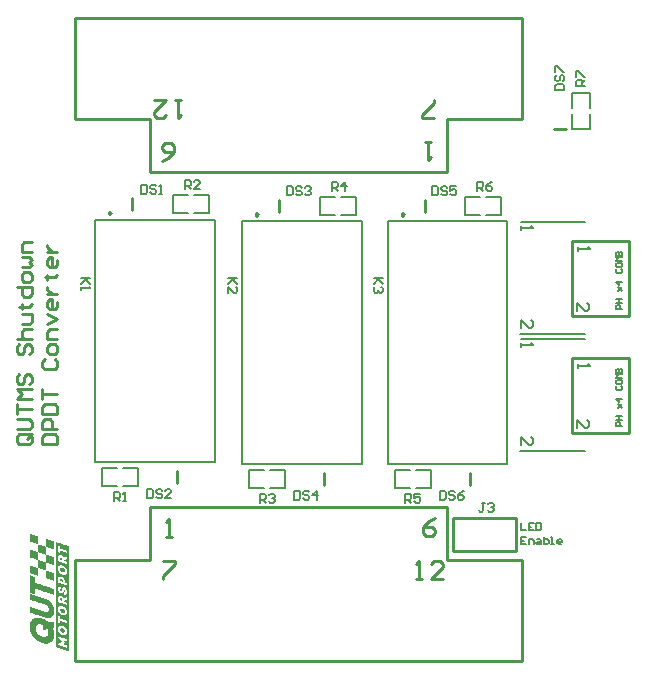
<source format=gto>
G04*
G04 #@! TF.GenerationSoftware,Altium Limited,Altium Designer,21.1.1 (26)*
G04*
G04 Layer_Color=65535*
%FSLAX25Y25*%
%MOIN*%
G70*
G04*
G04 #@! TF.SameCoordinates,BF935737-4819-41B5-9F27-83029170D06B*
G04*
G04*
G04 #@! TF.FilePolarity,Positive*
G04*
G01*
G75*
%ADD10C,0.00984*%
%ADD11C,0.00800*%
%ADD12C,0.00787*%
%ADD13C,0.01000*%
%ADD14C,0.00700*%
%ADD15C,0.00500*%
%ADD16C,0.00600*%
G36*
X119276Y195382D02*
X119493D01*
Y195338D01*
X119624D01*
Y195295D01*
X119755D01*
Y195251D01*
X119842D01*
Y195208D01*
X119972D01*
Y195164D01*
X120103D01*
Y195121D01*
X120233D01*
Y195077D01*
X120364D01*
Y195033D01*
X120407D01*
Y195077D01*
X120451D01*
Y194990D01*
X120538D01*
Y195033D01*
X120582D01*
Y194990D01*
X120712D01*
Y194946D01*
X120843D01*
Y194903D01*
X120973D01*
Y194859D01*
X121104D01*
Y194816D01*
X121191D01*
Y194772D01*
X121322D01*
Y194729D01*
X121452D01*
Y194685D01*
X121539D01*
Y194642D01*
X121670D01*
Y194598D01*
X121757D01*
Y194642D01*
X121800D01*
Y194555D01*
X122018D01*
Y194511D01*
X122149D01*
Y194467D01*
X122323D01*
Y194424D01*
X122453D01*
Y194380D01*
X122541D01*
Y194337D01*
X122671D01*
Y194293D01*
X122802D01*
Y194250D01*
X122932D01*
Y194206D01*
X122976D01*
Y194250D01*
X123019D01*
Y194163D01*
X123281D01*
Y194119D01*
X123368D01*
Y194076D01*
X123498D01*
Y158989D01*
X123411D01*
Y159076D01*
X123150D01*
Y159120D01*
X123019D01*
Y159163D01*
X122932D01*
Y159207D01*
X122802D01*
Y159250D01*
X122671D01*
Y159294D01*
X122584D01*
Y159337D01*
X122453D01*
Y159381D01*
X122323D01*
Y159424D01*
X122192D01*
Y159468D01*
X121931D01*
Y159511D01*
X121800D01*
Y159555D01*
X121670D01*
Y159599D01*
X121583D01*
Y159642D01*
X121452D01*
Y159686D01*
X121322D01*
Y159729D01*
X121235D01*
Y159773D01*
X121104D01*
Y159816D01*
X120973D01*
Y159860D01*
X120843D01*
Y159903D01*
X120625D01*
Y159990D01*
X120538D01*
Y159947D01*
X120495D01*
Y159990D01*
X120364D01*
Y160034D01*
X120233D01*
Y160077D01*
X120103D01*
Y160121D01*
X119972D01*
Y160164D01*
X119885D01*
Y160208D01*
X119755D01*
Y160251D01*
X119624D01*
Y160295D01*
X119406D01*
Y160338D01*
X119276D01*
Y160426D01*
X119189D01*
Y160382D01*
X119145D01*
Y195469D01*
X119189D01*
Y195425D01*
X119232D01*
Y195469D01*
X119276D01*
Y195382D01*
D02*
G37*
G36*
X110569Y198168D02*
X110700D01*
Y198124D01*
X110787D01*
Y198081D01*
X110918D01*
Y198037D01*
X111005D01*
Y198081D01*
X111048D01*
Y197994D01*
X111266D01*
Y197950D01*
X111440D01*
Y197907D01*
X111527D01*
Y197863D01*
X111658D01*
Y197819D01*
X111788D01*
Y197776D01*
X111919D01*
Y197732D01*
X112049D01*
Y197689D01*
X112136D01*
Y197645D01*
X112223D01*
Y197689D01*
X112267D01*
Y197602D01*
X112485D01*
Y197558D01*
X112615D01*
Y197515D01*
X112746D01*
Y197471D01*
X112876D01*
Y197428D01*
X113007D01*
Y197384D01*
X113138D01*
Y194729D01*
X113181D01*
Y194685D01*
X113312D01*
Y194642D01*
X113399D01*
Y194598D01*
X113486D01*
Y194642D01*
X113530D01*
Y194555D01*
X113747D01*
Y194511D01*
X113878D01*
Y194467D01*
X114008D01*
Y194424D01*
X114139D01*
Y194380D01*
X114226D01*
Y194337D01*
X114357D01*
Y194293D01*
X114531D01*
Y194250D01*
X114661D01*
Y194206D01*
X114705D01*
Y194250D01*
X114748D01*
Y194163D01*
X114966D01*
Y194119D01*
X115097D01*
Y194076D01*
X115227D01*
Y194032D01*
X115358D01*
Y193989D01*
X115488D01*
Y193945D01*
X115576D01*
Y193902D01*
X115750D01*
Y196513D01*
X115793D01*
Y196470D01*
X115924D01*
Y196426D01*
X116011D01*
Y196383D01*
X116141D01*
Y196426D01*
X116185D01*
Y196339D01*
X116403D01*
Y196296D01*
X116446D01*
Y196252D01*
X116490D01*
Y196296D01*
X116533D01*
Y196252D01*
X116664D01*
Y196209D01*
X116751D01*
Y196165D01*
X116881D01*
Y196122D01*
X117012D01*
Y196078D01*
X117143D01*
Y196035D01*
X117273D01*
Y195991D01*
X117360D01*
Y195948D01*
X117491D01*
Y195904D01*
X117752D01*
Y195817D01*
X117839D01*
Y195861D01*
X117883D01*
Y195817D01*
X118013D01*
Y195773D01*
X118100D01*
Y195730D01*
X118231D01*
Y195686D01*
X118361D01*
Y195643D01*
X118405D01*
Y193031D01*
X118274D01*
Y193075D01*
X118187D01*
Y193118D01*
X118057D01*
Y193162D01*
X117926D01*
Y193205D01*
X117796D01*
Y193249D01*
X117709D01*
Y193292D01*
X117534D01*
Y193336D01*
X117404D01*
Y193379D01*
X117360D01*
Y193336D01*
X117317D01*
Y193423D01*
X117230D01*
Y193379D01*
X117186D01*
Y193423D01*
X117055D01*
Y193466D01*
X116969D01*
Y193510D01*
X116838D01*
Y193553D01*
X116707D01*
Y193597D01*
X116577D01*
Y193640D01*
X116446D01*
Y193684D01*
X116359D01*
Y193728D01*
X116228D01*
Y193771D01*
X116098D01*
Y193815D01*
X116011D01*
Y193771D01*
X115967D01*
Y193858D01*
X115750D01*
Y191290D01*
X115837D01*
Y191246D01*
X115924D01*
Y191203D01*
X116054D01*
Y191159D01*
X116141D01*
Y191203D01*
X116185D01*
Y191116D01*
X116403D01*
Y191072D01*
X116533D01*
Y191028D01*
X116664D01*
Y190985D01*
X116751D01*
Y190942D01*
X116881D01*
Y190898D01*
X117012D01*
Y190854D01*
X117143D01*
Y190811D01*
X117273D01*
Y190767D01*
X117360D01*
Y190811D01*
X117404D01*
Y190724D01*
X117665D01*
Y190680D01*
X117752D01*
Y190637D01*
X117883D01*
Y190593D01*
X118013D01*
Y190550D01*
X118100D01*
Y190506D01*
X118231D01*
Y190463D01*
X118361D01*
Y190419D01*
X118405D01*
Y187807D01*
X118274D01*
Y187851D01*
X118187D01*
Y187894D01*
X118057D01*
Y187938D01*
X117926D01*
Y187981D01*
X117796D01*
Y188025D01*
X117709D01*
Y188068D01*
X117578D01*
Y188112D01*
X117447D01*
Y188155D01*
X117360D01*
Y188199D01*
X117186D01*
Y188242D01*
X116969D01*
Y188286D01*
X116925D01*
Y188330D01*
X116881D01*
Y188286D01*
X116838D01*
Y188330D01*
X116707D01*
Y188373D01*
X116577D01*
Y188417D01*
X116446D01*
Y188460D01*
X116359D01*
Y188504D01*
X116228D01*
Y188547D01*
X116098D01*
Y188591D01*
X116011D01*
Y188634D01*
X115880D01*
Y188678D01*
X115750D01*
Y191246D01*
X115619D01*
Y191290D01*
X115532D01*
Y191333D01*
X115401D01*
Y191377D01*
X115271D01*
Y191420D01*
X115184D01*
Y191464D01*
X115053D01*
Y191507D01*
X114922D01*
Y191551D01*
X114792D01*
Y191594D01*
X114705D01*
Y191638D01*
X114574D01*
Y191682D01*
X114269D01*
Y191769D01*
X114226D01*
Y191725D01*
X114182D01*
Y191769D01*
X114052D01*
Y191812D01*
X113965D01*
Y191856D01*
X113834D01*
Y191899D01*
X113704D01*
Y191943D01*
X113573D01*
Y191986D01*
X113442D01*
Y192030D01*
X113355D01*
Y192073D01*
X113138D01*
Y189548D01*
X113181D01*
Y189461D01*
X113399D01*
Y189418D01*
X113530D01*
Y189374D01*
X113660D01*
Y189331D01*
X113747D01*
Y189287D01*
X113878D01*
Y189244D01*
X114008D01*
Y189200D01*
X114139D01*
Y189157D01*
X114269D01*
Y189113D01*
X114400D01*
Y189070D01*
X114531D01*
Y189026D01*
X114748D01*
Y188939D01*
X114835D01*
Y188982D01*
X114879D01*
Y188939D01*
X114966D01*
Y188895D01*
X115097D01*
Y188852D01*
X115227D01*
Y188808D01*
X115358D01*
Y188765D01*
X115488D01*
Y188721D01*
X115576D01*
Y188678D01*
X115750D01*
Y186066D01*
X115663D01*
Y186109D01*
X115576D01*
Y186066D01*
X115532D01*
Y186153D01*
X115271D01*
Y186196D01*
X115184D01*
Y186240D01*
X115053D01*
Y186284D01*
X114922D01*
Y186327D01*
X114792D01*
Y186371D01*
X114705D01*
Y186414D01*
X114574D01*
Y186458D01*
X114444D01*
Y186501D01*
X114400D01*
Y186458D01*
X114357D01*
Y186501D01*
X114313D01*
Y186545D01*
X114095D01*
Y186588D01*
X113965D01*
Y186632D01*
X113834D01*
Y186675D01*
X113704D01*
Y186719D01*
X113573D01*
Y186762D01*
X113442D01*
Y186806D01*
X113355D01*
Y186849D01*
X113225D01*
Y186893D01*
X113138D01*
Y189505D01*
X113007D01*
Y189548D01*
X112964D01*
Y189505D01*
X112920D01*
Y189592D01*
X112615D01*
Y189636D01*
X112528D01*
Y189679D01*
X112398D01*
Y189723D01*
X112267D01*
Y189766D01*
X112180D01*
Y189810D01*
X112049D01*
Y189853D01*
X111919D01*
Y189897D01*
X111788D01*
Y189940D01*
X111745D01*
Y189897D01*
X111658D01*
Y189984D01*
X111440D01*
Y190027D01*
X111353D01*
Y190071D01*
X111222D01*
Y190114D01*
X111048D01*
Y190158D01*
X110918D01*
Y190201D01*
X110830D01*
Y190245D01*
X110700D01*
Y190288D01*
X110569D01*
Y190332D01*
X110482D01*
Y192944D01*
X110526D01*
Y192900D01*
X110743D01*
Y192857D01*
X110874D01*
Y192813D01*
X111005D01*
Y192770D01*
X111135D01*
Y192726D01*
X111266D01*
Y192683D01*
X111396D01*
Y192639D01*
X111527D01*
Y192596D01*
X111614D01*
Y192552D01*
X111745D01*
Y192509D01*
X111875D01*
Y192465D01*
X112093D01*
Y192378D01*
X112180D01*
Y192421D01*
X112223D01*
Y192378D01*
X112354D01*
Y192334D01*
X112485D01*
Y192291D01*
X112572D01*
Y192247D01*
X112702D01*
Y192204D01*
X112876D01*
Y192160D01*
X112964D01*
Y192117D01*
X113138D01*
Y194729D01*
X113051D01*
Y194772D01*
X112964D01*
Y194816D01*
X112789D01*
Y194859D01*
X112659D01*
Y194903D01*
X112572D01*
Y194946D01*
X112441D01*
Y194990D01*
X112311D01*
Y195033D01*
X112180D01*
Y195077D01*
X112093D01*
Y195121D01*
X111832D01*
Y195208D01*
X111614D01*
Y195251D01*
X111484D01*
Y195295D01*
X111353D01*
Y195338D01*
X111222D01*
Y195382D01*
X111092D01*
Y195425D01*
X110961D01*
Y195469D01*
X110830D01*
Y195512D01*
X110613D01*
Y195556D01*
X110482D01*
Y198211D01*
X110569D01*
Y198168D01*
D02*
G37*
G36*
X110613Y187633D02*
X110700D01*
Y187590D01*
X110830D01*
Y187546D01*
X110961D01*
Y187502D01*
X111135D01*
Y187459D01*
X111222D01*
Y187415D01*
X111353D01*
Y187372D01*
X111484D01*
Y187328D01*
X111614D01*
Y187285D01*
X111832D01*
Y187241D01*
X111962D01*
Y187198D01*
X112049D01*
Y187154D01*
X112180D01*
Y187111D01*
X112311D01*
Y187067D01*
X112441D01*
Y187024D01*
X112528D01*
Y186980D01*
X112702D01*
Y186936D01*
X112833D01*
Y186893D01*
X112920D01*
Y186849D01*
X113138D01*
Y184194D01*
X113094D01*
Y184238D01*
X113007D01*
Y184281D01*
X112876D01*
Y184325D01*
X112789D01*
Y184281D01*
X112746D01*
Y184368D01*
X112528D01*
Y184412D01*
X112354D01*
Y184455D01*
X112223D01*
Y184499D01*
X112136D01*
Y184542D01*
X112006D01*
Y184586D01*
X111875D01*
Y184629D01*
X111788D01*
Y184673D01*
X111658D01*
Y184716D01*
X111527D01*
Y184760D01*
X111396D01*
Y184803D01*
X111179D01*
Y184890D01*
X111092D01*
Y184847D01*
X111048D01*
Y184890D01*
X110874D01*
Y184934D01*
X110787D01*
Y184978D01*
X110656D01*
Y185021D01*
X110526D01*
Y185065D01*
X110482D01*
Y187677D01*
X110613D01*
Y187633D01*
D02*
G37*
G36*
X115924Y185979D02*
X116011D01*
Y185935D01*
X116141D01*
Y185892D01*
X116272D01*
Y185848D01*
X116359D01*
Y185805D01*
X116490D01*
Y185761D01*
X116620D01*
Y185718D01*
X116751D01*
Y185674D01*
X116838D01*
Y185631D01*
X116969D01*
Y185587D01*
X117273D01*
Y185500D01*
X117317D01*
Y185544D01*
X117360D01*
Y185500D01*
X117491D01*
Y185456D01*
X117622D01*
Y185413D01*
X117709D01*
Y185369D01*
X117839D01*
Y185326D01*
X117970D01*
Y185282D01*
X118100D01*
Y185239D01*
X118187D01*
Y185195D01*
X118405D01*
Y182540D01*
X118361D01*
Y182583D01*
X118231D01*
Y182627D01*
X118144D01*
Y182670D01*
X118057D01*
Y182627D01*
X118013D01*
Y182714D01*
X117796D01*
Y182757D01*
X117665D01*
Y182801D01*
X117534D01*
Y182844D01*
X117404D01*
Y182888D01*
X117317D01*
Y182932D01*
X117186D01*
Y182975D01*
X117012D01*
Y183019D01*
X116881D01*
Y183062D01*
X116838D01*
Y183019D01*
X116794D01*
Y183106D01*
X116533D01*
Y183149D01*
X116446D01*
Y183193D01*
X116315D01*
Y183236D01*
X116185D01*
Y183280D01*
X116054D01*
Y183323D01*
X115967D01*
Y183367D01*
X115837D01*
Y183410D01*
X115750D01*
Y186022D01*
X115924D01*
Y185979D01*
D02*
G37*
G36*
X110526Y184325D02*
X110656D01*
Y184281D01*
X110743D01*
Y184238D01*
X111005D01*
Y184194D01*
X111135D01*
Y184151D01*
X111222D01*
Y184107D01*
X111353D01*
Y184063D01*
X111484D01*
Y184020D01*
X111614D01*
Y183976D01*
X111701D01*
Y183933D01*
X111832D01*
Y183889D01*
X112006D01*
Y183846D01*
X112223D01*
Y183802D01*
X112311D01*
Y181843D01*
X112354D01*
Y181800D01*
X112485D01*
Y181756D01*
X112746D01*
Y181669D01*
X112833D01*
Y181713D01*
X112876D01*
Y181626D01*
X113094D01*
Y181582D01*
X113225D01*
Y181539D01*
X113312D01*
Y181495D01*
X113442D01*
Y181451D01*
X113573D01*
Y181408D01*
X113704D01*
Y181364D01*
X113834D01*
Y181321D01*
X114052D01*
Y181234D01*
X114313D01*
Y181190D01*
X114444D01*
Y181147D01*
X114574D01*
Y181103D01*
X114661D01*
Y181060D01*
X114792D01*
Y181016D01*
X114922D01*
Y180973D01*
X115053D01*
Y180929D01*
X115140D01*
Y180886D01*
X115271D01*
Y180842D01*
X115358D01*
Y180886D01*
X115401D01*
Y180798D01*
X115619D01*
Y180755D01*
X115750D01*
Y180711D01*
X115924D01*
Y180668D01*
X116011D01*
Y180624D01*
X116141D01*
Y180581D01*
X116272D01*
Y180537D01*
X116359D01*
Y180494D01*
X116490D01*
Y180450D01*
X116577D01*
Y180494D01*
X116620D01*
Y180407D01*
X116838D01*
Y180363D01*
X116969D01*
Y180320D01*
X117099D01*
Y180276D01*
X117230D01*
Y180233D01*
X117360D01*
Y180189D01*
X117491D01*
Y180146D01*
X117622D01*
Y180102D01*
X117709D01*
Y180059D01*
X117839D01*
Y180015D01*
X117926D01*
Y180059D01*
X117970D01*
Y179971D01*
X118187D01*
Y179928D01*
X118318D01*
Y179884D01*
X118405D01*
Y177882D01*
X118361D01*
Y177925D01*
X118144D01*
Y178013D01*
X118057D01*
Y177969D01*
X118013D01*
Y178013D01*
X117883D01*
Y178056D01*
X117796D01*
Y178100D01*
X117665D01*
Y178143D01*
X117534D01*
Y178187D01*
X117404D01*
Y178230D01*
X117317D01*
Y178274D01*
X117186D01*
Y178317D01*
X117055D01*
Y178361D01*
X116925D01*
Y178404D01*
X116881D01*
Y178361D01*
X116838D01*
Y178448D01*
X116751D01*
Y178404D01*
X116707D01*
Y178448D01*
X116533D01*
Y178491D01*
X116446D01*
Y178535D01*
X116315D01*
Y178578D01*
X116185D01*
Y178622D01*
X116054D01*
Y178665D01*
X115967D01*
Y178709D01*
X115837D01*
Y178753D01*
X115619D01*
Y178840D01*
X115358D01*
Y178883D01*
X115227D01*
Y178927D01*
X115140D01*
Y178970D01*
X114966D01*
Y179014D01*
X114835D01*
Y179057D01*
X114748D01*
Y179101D01*
X114618D01*
Y179144D01*
X114487D01*
Y179188D01*
X114357D01*
Y179231D01*
X114313D01*
Y179188D01*
X114269D01*
Y179275D01*
X114008D01*
Y179318D01*
X113878D01*
Y179362D01*
X113791D01*
Y179405D01*
X113660D01*
Y179449D01*
X113530D01*
Y179493D01*
X113442D01*
Y179536D01*
X113268D01*
Y179580D01*
X113138D01*
Y179623D01*
X113051D01*
Y179580D01*
X113007D01*
Y179667D01*
X112789D01*
Y179710D01*
X112659D01*
Y179754D01*
X112572D01*
Y179797D01*
X112441D01*
Y179841D01*
X112311D01*
Y177925D01*
X112180D01*
Y178013D01*
X112093D01*
Y177969D01*
X112049D01*
Y178013D01*
X111919D01*
Y178056D01*
X111788D01*
Y178100D01*
X111658D01*
Y178143D01*
X111571D01*
Y178187D01*
X111440D01*
Y178230D01*
X111309D01*
Y178274D01*
X111222D01*
Y178317D01*
X111092D01*
Y178361D01*
X110961D01*
Y178404D01*
X110874D01*
Y178361D01*
X110830D01*
Y178448D01*
X110569D01*
Y178491D01*
X110482D01*
Y184368D01*
X110526D01*
Y184325D01*
D02*
G37*
G36*
Y178143D02*
X110656D01*
Y178100D01*
X110743D01*
Y178056D01*
X110874D01*
Y178013D01*
X111005D01*
Y177969D01*
X111135D01*
Y177925D01*
X111222D01*
Y177882D01*
X111484D01*
Y177795D01*
X111701D01*
Y177751D01*
X111832D01*
Y177708D01*
X111962D01*
Y177664D01*
X112093D01*
Y177621D01*
X112223D01*
Y177577D01*
X112354D01*
Y177534D01*
X112485D01*
Y177490D01*
X112572D01*
Y177447D01*
X112702D01*
Y177403D01*
X112833D01*
Y177359D01*
X113051D01*
Y177316D01*
X113181D01*
Y177272D01*
X113312D01*
Y177229D01*
X113399D01*
Y177185D01*
X113530D01*
Y177142D01*
X113704D01*
Y177098D01*
X113834D01*
Y177055D01*
X113921D01*
Y177011D01*
X114008D01*
Y177055D01*
X114052D01*
Y176968D01*
X114269D01*
Y176924D01*
X114400D01*
Y176881D01*
X114531D01*
Y176837D01*
X114661D01*
Y176794D01*
X114748D01*
Y176750D01*
X114879D01*
Y176707D01*
X115009D01*
Y176663D01*
X115097D01*
Y176620D01*
X115271D01*
Y176576D01*
X115358D01*
Y176620D01*
X115401D01*
Y176532D01*
X115619D01*
Y176489D01*
X115750D01*
Y176445D01*
X115880D01*
Y176402D01*
X116011D01*
Y176358D01*
X116054D01*
Y176315D01*
X116141D01*
Y176271D01*
X116228D01*
Y176228D01*
X116315D01*
Y176184D01*
X116403D01*
Y176141D01*
X116446D01*
Y176097D01*
X116577D01*
Y176054D01*
X116664D01*
Y176010D01*
X116707D01*
Y175967D01*
X116751D01*
Y175923D01*
X116838D01*
Y175836D01*
X116925D01*
Y175792D01*
X117012D01*
Y175705D01*
X117099D01*
Y175662D01*
X117143D01*
Y175575D01*
X117230D01*
Y175531D01*
X117273D01*
Y175444D01*
X117360D01*
Y175357D01*
X117447D01*
Y175270D01*
X117534D01*
Y175183D01*
X117578D01*
Y175139D01*
X117622D01*
Y175096D01*
X117665D01*
Y174965D01*
X117709D01*
Y174922D01*
X117752D01*
Y174878D01*
X117796D01*
Y174791D01*
X117839D01*
Y174748D01*
X117883D01*
Y174661D01*
X117926D01*
Y174574D01*
X117970D01*
Y174530D01*
X118013D01*
Y174443D01*
X118057D01*
Y174356D01*
X118100D01*
Y174182D01*
X118144D01*
Y174138D01*
X118187D01*
Y174007D01*
X118231D01*
Y173877D01*
X118274D01*
Y173746D01*
X118318D01*
Y173616D01*
X118361D01*
Y173529D01*
X118405D01*
Y173311D01*
X118449D01*
Y173093D01*
X118492D01*
Y171787D01*
X118449D01*
Y171613D01*
X118405D01*
Y171483D01*
X118361D01*
Y171352D01*
X118318D01*
Y171221D01*
X118274D01*
Y171134D01*
X118231D01*
Y171047D01*
X118187D01*
Y170960D01*
X118144D01*
Y170917D01*
X118100D01*
Y170786D01*
X118057D01*
Y170743D01*
X118013D01*
Y170699D01*
X117970D01*
Y170612D01*
X117926D01*
Y170569D01*
X117883D01*
Y170525D01*
X117796D01*
Y170482D01*
X117752D01*
Y170438D01*
X117665D01*
Y170351D01*
X117622D01*
Y170307D01*
X117534D01*
Y170264D01*
X117491D01*
Y170307D01*
X117447D01*
Y170220D01*
X117273D01*
Y170177D01*
X117186D01*
Y170133D01*
X117055D01*
Y170090D01*
X116838D01*
Y170046D01*
X116403D01*
Y170090D01*
X116141D01*
Y170133D01*
X115967D01*
Y170177D01*
X115837D01*
Y170220D01*
X115576D01*
Y170264D01*
X115532D01*
Y170307D01*
X115488D01*
Y170264D01*
X115445D01*
Y170307D01*
X115314D01*
Y170351D01*
X115184D01*
Y170394D01*
X115097D01*
Y170438D01*
X114966D01*
Y170482D01*
X114835D01*
Y170525D01*
X114705D01*
Y170569D01*
X114661D01*
Y170525D01*
X114618D01*
Y170612D01*
X114357D01*
Y170656D01*
X114269D01*
Y170699D01*
X114095D01*
Y170743D01*
X113965D01*
Y170786D01*
X113878D01*
Y170830D01*
X113747D01*
Y170873D01*
X113617D01*
Y170917D01*
X113486D01*
Y170960D01*
X113399D01*
Y171004D01*
X113268D01*
Y171047D01*
X113007D01*
Y171134D01*
X112964D01*
Y171091D01*
X112920D01*
Y171134D01*
X112789D01*
Y171178D01*
X112659D01*
Y171221D01*
X112528D01*
Y171265D01*
X112398D01*
Y171309D01*
X112267D01*
Y171352D01*
X112180D01*
Y171396D01*
X112049D01*
Y171439D01*
X111919D01*
Y171483D01*
X111788D01*
Y171526D01*
X111701D01*
Y171483D01*
X111658D01*
Y171570D01*
X111440D01*
Y171613D01*
X111353D01*
Y171657D01*
X111222D01*
Y171700D01*
X111092D01*
Y171744D01*
X110918D01*
Y171787D01*
X110830D01*
Y171831D01*
X110700D01*
Y171874D01*
X110482D01*
Y173833D01*
X110569D01*
Y173790D01*
X110700D01*
Y173746D01*
X110787D01*
Y173703D01*
X110918D01*
Y173659D01*
X111048D01*
Y173616D01*
X111179D01*
Y173572D01*
X111222D01*
Y173616D01*
X111266D01*
Y173529D01*
X111527D01*
Y173485D01*
X111614D01*
Y173442D01*
X111745D01*
Y173398D01*
X111919D01*
Y173355D01*
X112049D01*
Y173311D01*
X112136D01*
Y173267D01*
X112267D01*
Y173224D01*
X112354D01*
Y173180D01*
X112485D01*
Y173137D01*
X112572D01*
Y173180D01*
X112615D01*
Y173093D01*
X112876D01*
Y173050D01*
X112964D01*
Y173006D01*
X113094D01*
Y172963D01*
X113225D01*
Y172919D01*
X113312D01*
Y172876D01*
X113486D01*
Y172832D01*
X113617D01*
Y172789D01*
X113747D01*
Y172745D01*
X113791D01*
Y172789D01*
X113834D01*
Y172702D01*
X113965D01*
Y172658D01*
X114226D01*
Y172571D01*
X114269D01*
Y172615D01*
X114313D01*
Y172571D01*
X114444D01*
Y172528D01*
X114574D01*
Y172484D01*
X114661D01*
Y172440D01*
X114792D01*
Y172397D01*
X114922D01*
Y172353D01*
X115053D01*
Y172310D01*
X115184D01*
Y172266D01*
X115445D01*
Y172223D01*
X115532D01*
Y172179D01*
X115663D01*
Y172136D01*
X115793D01*
Y172092D01*
X116228D01*
Y172136D01*
X116315D01*
Y172179D01*
X116403D01*
Y172223D01*
X116446D01*
Y172266D01*
X116490D01*
Y172310D01*
X116533D01*
Y172397D01*
X116577D01*
Y172484D01*
X116620D01*
Y172615D01*
X116664D01*
Y172789D01*
X116707D01*
Y173267D01*
X116664D01*
Y173485D01*
X116620D01*
Y173572D01*
X116577D01*
Y173703D01*
X116533D01*
Y173833D01*
X116490D01*
Y173877D01*
X116446D01*
Y174007D01*
X116403D01*
Y174051D01*
X116359D01*
Y174095D01*
X116315D01*
Y174182D01*
X116272D01*
Y174225D01*
X116228D01*
Y174269D01*
X116185D01*
Y174312D01*
X116098D01*
Y174356D01*
X116054D01*
Y174443D01*
X115967D01*
Y174486D01*
X115750D01*
Y174574D01*
X115663D01*
Y174530D01*
X115619D01*
Y174574D01*
X115532D01*
Y174617D01*
X115401D01*
Y174661D01*
X115271D01*
Y174704D01*
X115184D01*
Y174748D01*
X115053D01*
Y174791D01*
X114922D01*
Y174835D01*
X114792D01*
Y174878D01*
X114705D01*
Y174922D01*
X114574D01*
Y174965D01*
X114487D01*
Y174922D01*
X114444D01*
Y175009D01*
X114182D01*
Y175052D01*
X114052D01*
Y175096D01*
X113965D01*
Y175139D01*
X113834D01*
Y175183D01*
X113704D01*
Y175226D01*
X113573D01*
Y175270D01*
X113442D01*
Y175313D01*
X113225D01*
Y175401D01*
X113138D01*
Y175357D01*
X113094D01*
Y175401D01*
X113007D01*
Y175444D01*
X112876D01*
Y175488D01*
X112702D01*
Y175531D01*
X112615D01*
Y175575D01*
X112485D01*
Y175618D01*
X112354D01*
Y175662D01*
X112223D01*
Y175705D01*
X112136D01*
Y175749D01*
X112006D01*
Y175792D01*
X111919D01*
Y175749D01*
X111875D01*
Y175836D01*
X111658D01*
Y175879D01*
X111527D01*
Y175923D01*
X111396D01*
Y175967D01*
X111266D01*
Y176010D01*
X111135D01*
Y176054D01*
X111005D01*
Y176097D01*
X110874D01*
Y176141D01*
X110743D01*
Y176184D01*
X110700D01*
Y176141D01*
X110656D01*
Y176228D01*
X110569D01*
Y176184D01*
X110526D01*
Y176271D01*
X110482D01*
Y178187D01*
X110526D01*
Y178143D01*
D02*
G37*
G36*
X113355Y170177D02*
X113704D01*
Y170133D01*
X113834D01*
Y170177D01*
X113878D01*
Y170090D01*
X114226D01*
Y170046D01*
X114357D01*
Y170003D01*
X114487D01*
Y169959D01*
X114618D01*
Y169916D01*
X114705D01*
Y169872D01*
X114792D01*
Y169828D01*
X114922D01*
Y169785D01*
X115009D01*
Y169741D01*
X115053D01*
Y169698D01*
X115140D01*
Y169741D01*
X115184D01*
Y169654D01*
X115358D01*
Y169611D01*
X115445D01*
Y169567D01*
X115488D01*
Y169524D01*
X115532D01*
Y169480D01*
X115619D01*
Y169437D01*
X115750D01*
Y169350D01*
X115837D01*
Y169306D01*
X115880D01*
Y169350D01*
X115924D01*
Y169219D01*
X116054D01*
Y169176D01*
X116141D01*
Y169132D01*
X116185D01*
Y169088D01*
X116228D01*
Y169045D01*
X116315D01*
Y169001D01*
X116359D01*
Y168958D01*
X116403D01*
Y168871D01*
X116446D01*
Y168914D01*
X116490D01*
Y168871D01*
X116533D01*
Y168827D01*
X116577D01*
Y168784D01*
X116620D01*
Y168740D01*
X116664D01*
Y168697D01*
X116707D01*
Y168653D01*
X116751D01*
Y168610D01*
X116969D01*
Y168653D01*
X117099D01*
Y168697D01*
X117273D01*
Y168740D01*
X117404D01*
Y168784D01*
X117534D01*
Y168827D01*
X117796D01*
Y168871D01*
X117926D01*
Y168914D01*
X118100D01*
Y168958D01*
X118187D01*
Y168914D01*
X118318D01*
Y168871D01*
X118361D01*
Y168914D01*
X118405D01*
Y166825D01*
X118361D01*
Y166781D01*
X118100D01*
Y166520D01*
X118144D01*
Y166433D01*
X118187D01*
Y166302D01*
X118231D01*
Y166215D01*
X118274D01*
Y166085D01*
X118318D01*
Y165911D01*
X118361D01*
Y165824D01*
X118405D01*
Y165606D01*
X118449D01*
Y165388D01*
X118492D01*
Y163778D01*
X118449D01*
Y163603D01*
X118405D01*
Y163473D01*
X118361D01*
Y163342D01*
X118318D01*
Y163255D01*
X118274D01*
Y163168D01*
X118231D01*
Y163038D01*
X118187D01*
Y162951D01*
X118144D01*
Y162863D01*
X118100D01*
Y162776D01*
X118057D01*
Y162689D01*
X118013D01*
Y162646D01*
X117970D01*
Y162602D01*
X117926D01*
Y162515D01*
X117839D01*
Y162428D01*
X117796D01*
Y162384D01*
X117752D01*
Y162341D01*
X117709D01*
Y162297D01*
X117665D01*
Y162254D01*
X117622D01*
Y162210D01*
X117578D01*
Y162167D01*
X117534D01*
Y162123D01*
X117491D01*
Y162080D01*
X117404D01*
Y162036D01*
X117360D01*
Y161993D01*
X117317D01*
Y162036D01*
X117273D01*
Y161993D01*
X117230D01*
Y161949D01*
X117186D01*
Y161906D01*
X117099D01*
Y161862D01*
X116969D01*
Y161819D01*
X116881D01*
Y161775D01*
X116751D01*
Y161732D01*
X116620D01*
Y161688D01*
X116446D01*
Y161644D01*
X115271D01*
Y161688D01*
X115097D01*
Y161732D01*
X114879D01*
Y161775D01*
X114748D01*
Y161819D01*
X114618D01*
Y161862D01*
X114487D01*
Y161906D01*
X114357D01*
Y161949D01*
X114269D01*
Y161993D01*
X114139D01*
Y162036D01*
X114095D01*
Y161993D01*
X114052D01*
Y162080D01*
X113878D01*
Y162123D01*
X113791D01*
Y162167D01*
X113704D01*
Y162210D01*
X113617D01*
Y162254D01*
X113530D01*
Y162297D01*
X113442D01*
Y162341D01*
X113399D01*
Y162384D01*
X113312D01*
Y162428D01*
X113268D01*
Y162384D01*
X113225D01*
Y162428D01*
X113181D01*
Y162515D01*
X113051D01*
Y162559D01*
X113007D01*
Y162602D01*
X112964D01*
Y162646D01*
X112876D01*
Y162689D01*
X112833D01*
Y162733D01*
X112746D01*
Y162776D01*
X112702D01*
Y162820D01*
X112659D01*
Y162863D01*
X112572D01*
Y162907D01*
X112528D01*
Y162951D01*
X112485D01*
Y162994D01*
X112398D01*
Y163038D01*
X112354D01*
Y163081D01*
X112311D01*
Y163125D01*
X112267D01*
Y163168D01*
X112223D01*
Y163212D01*
X112180D01*
Y163255D01*
X112136D01*
Y163299D01*
X112093D01*
Y163342D01*
X112049D01*
Y163386D01*
X112006D01*
Y163429D01*
X111962D01*
Y163473D01*
X111919D01*
Y163516D01*
X111875D01*
Y163560D01*
X111832D01*
Y163603D01*
X111788D01*
Y163647D01*
X111745D01*
Y163734D01*
X111658D01*
Y163821D01*
X111614D01*
Y163865D01*
X111571D01*
Y163952D01*
X111527D01*
Y163995D01*
X111484D01*
Y164039D01*
X111440D01*
Y164082D01*
X111396D01*
Y164169D01*
X111353D01*
Y164256D01*
X111266D01*
Y164387D01*
X111222D01*
Y164430D01*
X111179D01*
Y164518D01*
X111135D01*
Y164561D01*
X111092D01*
Y164648D01*
X111048D01*
Y164735D01*
X111005D01*
Y164822D01*
X110961D01*
Y164909D01*
X110918D01*
Y164997D01*
X110874D01*
Y165084D01*
X110830D01*
Y165258D01*
X110787D01*
Y165301D01*
X110743D01*
Y165432D01*
X110700D01*
Y165562D01*
X110656D01*
Y165649D01*
X110613D01*
Y165824D01*
X110569D01*
Y165954D01*
X110526D01*
Y166085D01*
X110482D01*
Y166259D01*
X110439D01*
Y166781D01*
X110352D01*
Y167739D01*
X110439D01*
Y168174D01*
X110482D01*
Y168305D01*
X110526D01*
Y168479D01*
X110569D01*
Y168566D01*
X110613D01*
Y168697D01*
X110656D01*
Y168784D01*
X110700D01*
Y168871D01*
X110743D01*
Y168958D01*
X110787D01*
Y169001D01*
X110830D01*
Y169132D01*
X110874D01*
Y169219D01*
X110961D01*
Y169306D01*
X111005D01*
Y169350D01*
X111048D01*
Y169393D01*
X111092D01*
Y169437D01*
X111135D01*
Y169480D01*
X111179D01*
Y169524D01*
X111222D01*
Y169567D01*
X111266D01*
Y169654D01*
X111353D01*
Y169741D01*
X111396D01*
Y169698D01*
X111440D01*
Y169741D01*
X111484D01*
Y169828D01*
X111614D01*
Y169872D01*
X111658D01*
Y169916D01*
X111745D01*
Y169959D01*
X111788D01*
Y170003D01*
X111919D01*
Y170046D01*
X112006D01*
Y170090D01*
X112223D01*
Y170177D01*
X112267D01*
Y170133D01*
X112398D01*
Y170177D01*
X112659D01*
Y170220D01*
X113355D01*
Y170177D01*
D02*
G37*
%LPC*%
G36*
X120016Y194250D02*
X119842D01*
Y192117D01*
X119885D01*
Y192030D01*
X120016D01*
Y191986D01*
X120103D01*
Y192030D01*
X120146D01*
Y191943D01*
X120407D01*
Y191899D01*
X120538D01*
Y192552D01*
X120669D01*
Y192509D01*
X120756D01*
Y192465D01*
X121017D01*
Y192378D01*
X121278D01*
Y192334D01*
X121409D01*
Y192291D01*
X121539D01*
Y192247D01*
X121626D01*
Y192204D01*
X121757D01*
Y192160D01*
X121888D01*
Y192117D01*
X122018D01*
Y192073D01*
X122105D01*
Y192030D01*
X122236D01*
Y191986D01*
X122323D01*
Y192030D01*
X122366D01*
Y191943D01*
X122628D01*
Y191899D01*
X122802D01*
Y192596D01*
X122715D01*
Y192639D01*
X122584D01*
Y192683D01*
X122453D01*
Y192726D01*
X122323D01*
Y192770D01*
X122192D01*
Y192813D01*
X122062D01*
Y192857D01*
X121975D01*
Y192900D01*
X121844D01*
Y192944D01*
X121713D01*
Y192988D01*
X121670D01*
Y192944D01*
X121626D01*
Y193031D01*
X121365D01*
Y193075D01*
X121235D01*
Y193118D01*
X121148D01*
Y193162D01*
X120973D01*
Y193205D01*
X120843D01*
Y193249D01*
X120756D01*
Y193292D01*
X120625D01*
Y193336D01*
X120538D01*
Y194032D01*
X120495D01*
Y194076D01*
X120407D01*
Y194119D01*
X120277D01*
Y194163D01*
X120146D01*
Y194206D01*
X120016D01*
Y194250D01*
D02*
G37*
G36*
X120712Y191116D02*
X120407D01*
Y191072D01*
X120277D01*
Y191028D01*
X120190D01*
Y190985D01*
X120146D01*
Y190942D01*
X120059D01*
Y190898D01*
X120016D01*
Y190811D01*
X119972D01*
Y190767D01*
X119929D01*
Y190680D01*
X119885D01*
Y190550D01*
X119842D01*
Y189026D01*
X120016D01*
Y188939D01*
X120103D01*
Y188982D01*
X120146D01*
Y188939D01*
X120277D01*
Y188895D01*
X120407D01*
Y188852D01*
X120538D01*
Y188808D01*
X120669D01*
Y188765D01*
X120756D01*
Y188721D01*
X120886D01*
Y188678D01*
X121017D01*
Y188634D01*
X121235D01*
Y188547D01*
X121322D01*
Y188591D01*
X121365D01*
Y188504D01*
X121626D01*
Y188460D01*
X121713D01*
Y188417D01*
X121844D01*
Y188373D01*
X122018D01*
Y188330D01*
X122105D01*
Y188286D01*
X122236D01*
Y188242D01*
X122366D01*
Y188199D01*
X122497D01*
Y188155D01*
X122541D01*
Y188199D01*
X122584D01*
Y188112D01*
X122802D01*
Y188852D01*
X122671D01*
Y188895D01*
X122584D01*
Y188939D01*
X122453D01*
Y188982D01*
X122323D01*
Y189026D01*
X122192D01*
Y189070D01*
X121975D01*
Y189113D01*
X121931D01*
Y189505D01*
X122062D01*
Y189548D01*
X122192D01*
Y189592D01*
X122366D01*
Y189636D01*
X122541D01*
Y189679D01*
X122671D01*
Y189723D01*
X122802D01*
Y190550D01*
X122758D01*
Y190593D01*
X122584D01*
Y190550D01*
X122453D01*
Y190506D01*
X122323D01*
Y190463D01*
X122149D01*
Y190419D01*
X121888D01*
Y190332D01*
X121844D01*
Y190375D01*
X121800D01*
Y190332D01*
X121757D01*
Y190375D01*
X121713D01*
Y190419D01*
X121670D01*
Y190506D01*
X121626D01*
Y190550D01*
X121583D01*
Y190637D01*
X121496D01*
Y190724D01*
X121409D01*
Y190767D01*
X121322D01*
Y190854D01*
X121235D01*
Y190898D01*
X121148D01*
Y190942D01*
X121104D01*
Y190985D01*
X120973D01*
Y191028D01*
X120843D01*
Y191072D01*
X120712D01*
Y191116D01*
D02*
G37*
G36*
X120930Y187720D02*
X120712D01*
Y187677D01*
X120495D01*
Y187633D01*
X120364D01*
Y187590D01*
X120277D01*
Y187546D01*
X120233D01*
Y187502D01*
X120190D01*
Y187459D01*
X120146D01*
Y187415D01*
X120059D01*
Y187328D01*
X119972D01*
Y187198D01*
X119929D01*
Y187111D01*
X119885D01*
Y187024D01*
X119842D01*
Y186109D01*
X119885D01*
Y185979D01*
X119929D01*
Y185848D01*
X119972D01*
Y185761D01*
X120016D01*
Y185674D01*
X120059D01*
Y185587D01*
X120103D01*
Y185544D01*
X120146D01*
Y185500D01*
X120190D01*
Y185413D01*
X120233D01*
Y185369D01*
X120277D01*
Y185282D01*
X120320D01*
Y185239D01*
X120364D01*
Y185195D01*
X120407D01*
Y185152D01*
X120451D01*
Y185108D01*
X120495D01*
Y185065D01*
X120538D01*
Y185021D01*
X120625D01*
Y184978D01*
X120669D01*
Y184934D01*
X120712D01*
Y184890D01*
X120799D01*
Y184803D01*
X120886D01*
Y184760D01*
X121061D01*
Y184673D01*
X121191D01*
Y184629D01*
X121322D01*
Y184586D01*
X121452D01*
Y184542D01*
X121626D01*
Y184499D01*
X122062D01*
Y184542D01*
X122192D01*
Y184586D01*
X122323D01*
Y184629D01*
X122410D01*
Y184673D01*
X122453D01*
Y184716D01*
X122497D01*
Y184760D01*
X122541D01*
Y184803D01*
X122584D01*
Y184847D01*
X122628D01*
Y184890D01*
X122671D01*
Y184978D01*
X122715D01*
Y185065D01*
X122758D01*
Y185152D01*
X122802D01*
Y185282D01*
X122845D01*
Y185935D01*
X122802D01*
Y186066D01*
X122758D01*
Y186240D01*
X122715D01*
Y186327D01*
X122671D01*
Y186458D01*
X122628D01*
Y186501D01*
X122584D01*
Y186632D01*
X122541D01*
Y186675D01*
X122497D01*
Y186762D01*
X122453D01*
Y186806D01*
X122410D01*
Y186893D01*
X122323D01*
Y186936D01*
X122279D01*
Y186980D01*
X122236D01*
Y187024D01*
X122192D01*
Y187111D01*
X122149D01*
Y187154D01*
X122062D01*
Y187198D01*
X122018D01*
Y187285D01*
X121931D01*
Y187328D01*
X121888D01*
Y187372D01*
X121800D01*
Y187415D01*
X121670D01*
Y187459D01*
X121626D01*
Y187502D01*
X121539D01*
Y187546D01*
X121409D01*
Y187590D01*
X121278D01*
Y187633D01*
X121148D01*
Y187677D01*
X120930D01*
Y187720D01*
D02*
G37*
G36*
Y183976D02*
X120277D01*
Y183933D01*
X120190D01*
Y183889D01*
X120103D01*
Y183846D01*
X120059D01*
Y183759D01*
X120016D01*
Y183715D01*
X119972D01*
Y183672D01*
X119929D01*
Y183585D01*
X119885D01*
Y183454D01*
X119842D01*
Y181930D01*
X119972D01*
Y181887D01*
X120103D01*
Y181843D01*
X120233D01*
Y181800D01*
X120320D01*
Y181756D01*
X120582D01*
Y181669D01*
X120669D01*
Y181713D01*
X120712D01*
Y181626D01*
X120930D01*
Y181582D01*
X121061D01*
Y181539D01*
X121148D01*
Y181495D01*
X121278D01*
Y181451D01*
X121452D01*
Y181408D01*
X121539D01*
Y181364D01*
X121670D01*
Y181321D01*
X121931D01*
Y181234D01*
X122149D01*
Y181190D01*
X122279D01*
Y181147D01*
X122410D01*
Y181103D01*
X122497D01*
Y181060D01*
X122628D01*
Y181016D01*
X122802D01*
Y181713D01*
X122758D01*
Y181800D01*
X122628D01*
Y181843D01*
X122584D01*
Y181800D01*
X122541D01*
Y181843D01*
X122497D01*
Y181887D01*
X122279D01*
Y181930D01*
X122192D01*
Y181974D01*
X122062D01*
Y182714D01*
X122018D01*
Y182888D01*
X121975D01*
Y183019D01*
X121931D01*
Y183106D01*
X121888D01*
Y183193D01*
X121844D01*
Y183236D01*
X121800D01*
Y183323D01*
X121757D01*
Y183367D01*
X121713D01*
Y183410D01*
X121670D01*
Y183498D01*
X121626D01*
Y183541D01*
X121583D01*
Y183585D01*
X121496D01*
Y183628D01*
X121452D01*
Y183672D01*
X121409D01*
Y183715D01*
X121322D01*
Y183759D01*
X121278D01*
Y183802D01*
X121235D01*
Y183846D01*
X121148D01*
Y183889D01*
X121061D01*
Y183933D01*
X120973D01*
Y183889D01*
X120930D01*
Y183976D01*
D02*
G37*
G36*
X120582Y180668D02*
X120364D01*
Y180624D01*
X120233D01*
Y180581D01*
X120146D01*
Y180537D01*
X120059D01*
Y180450D01*
X119972D01*
Y180407D01*
X119929D01*
Y180276D01*
X119885D01*
Y180233D01*
X119842D01*
Y179318D01*
X119885D01*
Y179231D01*
X119929D01*
Y179144D01*
X119972D01*
Y179014D01*
X120016D01*
Y178970D01*
X120059D01*
Y178883D01*
X120103D01*
Y178840D01*
X120146D01*
Y178796D01*
X120190D01*
Y178709D01*
X120277D01*
Y178622D01*
X120320D01*
Y178578D01*
X120407D01*
Y178535D01*
X120451D01*
Y178491D01*
X120538D01*
Y178448D01*
X120625D01*
Y178404D01*
X120712D01*
Y178361D01*
X120799D01*
Y178317D01*
X121278D01*
Y178361D01*
X121365D01*
Y178404D01*
X121409D01*
Y178448D01*
X121452D01*
Y178491D01*
X121496D01*
Y178578D01*
X121539D01*
Y178665D01*
X121583D01*
Y178753D01*
X121626D01*
Y178927D01*
X121670D01*
Y179449D01*
X121713D01*
Y179493D01*
X121757D01*
Y179580D01*
X121975D01*
Y179536D01*
X122018D01*
Y179493D01*
X122062D01*
Y179405D01*
X122105D01*
Y179362D01*
X122149D01*
Y178840D01*
X122105D01*
Y178753D01*
X122018D01*
Y178709D01*
X121888D01*
Y177969D01*
X121931D01*
Y177925D01*
X122062D01*
Y177882D01*
X122279D01*
Y177925D01*
X122453D01*
Y177969D01*
X122497D01*
Y178013D01*
X122584D01*
Y178100D01*
X122628D01*
Y178143D01*
X122671D01*
Y178230D01*
X122715D01*
Y178317D01*
X122758D01*
Y178404D01*
X122802D01*
Y178491D01*
X122845D01*
Y179188D01*
X122802D01*
Y179362D01*
X122758D01*
Y179493D01*
X122715D01*
Y179580D01*
X122671D01*
Y179623D01*
X122628D01*
Y179710D01*
X122584D01*
Y179841D01*
X122541D01*
Y179884D01*
X122497D01*
Y179971D01*
X122410D01*
Y180015D01*
X122366D01*
Y180059D01*
X122323D01*
Y180102D01*
X122279D01*
Y180146D01*
X122192D01*
Y180233D01*
X122062D01*
Y180276D01*
X122018D01*
Y180320D01*
X121844D01*
Y180363D01*
X121409D01*
Y180320D01*
X121322D01*
Y180276D01*
X121278D01*
Y180233D01*
X121235D01*
Y180146D01*
X121191D01*
Y180059D01*
X121148D01*
Y180015D01*
X121104D01*
Y179667D01*
X121061D01*
Y179362D01*
X121017D01*
Y179188D01*
X120973D01*
Y179101D01*
X120669D01*
Y179144D01*
X120625D01*
Y179188D01*
X120582D01*
Y179275D01*
X120538D01*
Y179362D01*
X120495D01*
Y179580D01*
X120451D01*
Y179623D01*
X120495D01*
Y179797D01*
X120538D01*
Y179841D01*
X120582D01*
Y179884D01*
X120625D01*
Y179928D01*
X120799D01*
Y180581D01*
X120756D01*
Y180624D01*
X120582D01*
Y180668D01*
D02*
G37*
G36*
X120756Y177534D02*
X120364D01*
Y177490D01*
X120190D01*
Y177403D01*
X120146D01*
Y177447D01*
X120103D01*
Y177403D01*
X120059D01*
Y177316D01*
X119972D01*
Y177229D01*
X119929D01*
Y177142D01*
X119885D01*
Y177011D01*
X119842D01*
Y175488D01*
X119929D01*
Y175444D01*
X120059D01*
Y175401D01*
X120190D01*
Y175357D01*
X120277D01*
Y175313D01*
X120407D01*
Y175270D01*
X120669D01*
Y175183D01*
X120930D01*
Y175139D01*
X121061D01*
Y175096D01*
X121148D01*
Y175052D01*
X121278D01*
Y175009D01*
X121409D01*
Y174965D01*
X121539D01*
Y174922D01*
X121626D01*
Y174878D01*
X121888D01*
Y174791D01*
X121931D01*
Y174835D01*
X121975D01*
Y174791D01*
X122018D01*
Y174748D01*
X122236D01*
Y174704D01*
X122410D01*
Y174661D01*
X122497D01*
Y174617D01*
X122628D01*
Y174574D01*
X122802D01*
Y175313D01*
X122584D01*
Y175401D01*
X122366D01*
Y175444D01*
X122236D01*
Y175488D01*
X122149D01*
Y175531D01*
X122018D01*
Y175575D01*
X121931D01*
Y175967D01*
X122018D01*
Y176010D01*
X122192D01*
Y176054D01*
X122236D01*
Y176010D01*
X122323D01*
Y176097D01*
X122628D01*
Y176141D01*
X122802D01*
Y177055D01*
X122541D01*
Y177011D01*
X122410D01*
Y176968D01*
X122279D01*
Y176924D01*
X122149D01*
Y176881D01*
X122018D01*
Y176837D01*
X121888D01*
Y176794D01*
X121757D01*
Y176837D01*
X121670D01*
Y176968D01*
X121626D01*
Y177011D01*
X121583D01*
Y177098D01*
X121496D01*
Y177142D01*
X121452D01*
Y177185D01*
X121409D01*
Y177229D01*
X121322D01*
Y177272D01*
X121278D01*
Y177316D01*
X121235D01*
Y177359D01*
X121191D01*
Y177403D01*
X121104D01*
Y177447D01*
X121061D01*
Y177403D01*
X121017D01*
Y177490D01*
X120756D01*
Y177534D01*
D02*
G37*
G36*
X120973Y174138D02*
X120625D01*
Y174095D01*
X120451D01*
Y174051D01*
X120277D01*
Y174007D01*
X120233D01*
Y173964D01*
X120190D01*
Y173921D01*
X120146D01*
Y173877D01*
X120103D01*
Y173833D01*
X120059D01*
Y173790D01*
X120016D01*
Y173746D01*
X119972D01*
Y173659D01*
X119929D01*
Y173572D01*
X119885D01*
Y173529D01*
X119842D01*
Y172528D01*
X119885D01*
Y172440D01*
X119929D01*
Y172310D01*
X119972D01*
Y172223D01*
X120016D01*
Y172136D01*
X120059D01*
Y172049D01*
X120103D01*
Y172005D01*
X120146D01*
Y171918D01*
X120190D01*
Y171874D01*
X120233D01*
Y171831D01*
X120277D01*
Y171744D01*
X120320D01*
Y171700D01*
X120364D01*
Y171613D01*
X120451D01*
Y171526D01*
X120582D01*
Y171439D01*
X120669D01*
Y171396D01*
X120712D01*
Y171309D01*
X120843D01*
Y171265D01*
X120886D01*
Y171221D01*
X120973D01*
Y171178D01*
X121061D01*
Y171134D01*
X121104D01*
Y171091D01*
X121235D01*
Y171047D01*
X121365D01*
Y171004D01*
X121757D01*
Y170917D01*
X121975D01*
Y171004D01*
X122279D01*
Y171047D01*
X122366D01*
Y171091D01*
X122453D01*
Y171134D01*
X122497D01*
Y171221D01*
X122584D01*
Y171309D01*
X122628D01*
Y171396D01*
X122671D01*
Y171439D01*
X122715D01*
Y171526D01*
X122758D01*
Y171613D01*
X122802D01*
Y171744D01*
X122845D01*
Y172353D01*
X122802D01*
Y172571D01*
X122758D01*
Y172702D01*
X122715D01*
Y172789D01*
X122671D01*
Y172876D01*
X122628D01*
Y172963D01*
X122584D01*
Y173050D01*
X122541D01*
Y173137D01*
X122497D01*
Y173224D01*
X122453D01*
Y173267D01*
X122410D01*
Y173311D01*
X122366D01*
Y173355D01*
X122323D01*
Y173442D01*
X122279D01*
Y173485D01*
X122236D01*
Y173529D01*
X122192D01*
Y173616D01*
X122062D01*
Y173659D01*
X122018D01*
Y173703D01*
X121975D01*
Y173746D01*
X121888D01*
Y173790D01*
X121844D01*
Y173833D01*
X121757D01*
Y173877D01*
X121670D01*
Y173921D01*
X121626D01*
Y173964D01*
X121539D01*
Y174007D01*
X121496D01*
Y173964D01*
X121452D01*
Y174051D01*
X121191D01*
Y174095D01*
X120973D01*
Y174138D01*
D02*
G37*
G36*
X119972Y170830D02*
X119842D01*
Y168653D01*
X119929D01*
Y168610D01*
X120059D01*
Y168566D01*
X120190D01*
Y168523D01*
X120320D01*
Y168479D01*
X120451D01*
Y168436D01*
X120538D01*
Y169176D01*
X120582D01*
Y169132D01*
X120712D01*
Y169088D01*
X120799D01*
Y169045D01*
X120930D01*
Y169001D01*
X121061D01*
Y168958D01*
X121148D01*
Y168914D01*
X121322D01*
Y168871D01*
X121409D01*
Y168914D01*
X121452D01*
Y168827D01*
X121670D01*
Y168784D01*
X121800D01*
Y168740D01*
X121931D01*
Y168697D01*
X122018D01*
Y168653D01*
X122149D01*
Y168610D01*
X122279D01*
Y168566D01*
X122410D01*
Y168523D01*
X122497D01*
Y168479D01*
X122628D01*
Y168436D01*
X122802D01*
Y169176D01*
X122715D01*
Y169219D01*
X122584D01*
Y169263D01*
X122497D01*
Y169306D01*
X122410D01*
Y169263D01*
X122366D01*
Y169350D01*
X122236D01*
Y169393D01*
X122018D01*
Y169437D01*
X121888D01*
Y169480D01*
X121757D01*
Y169524D01*
X121670D01*
Y169567D01*
X121539D01*
Y169611D01*
X121409D01*
Y169654D01*
X121278D01*
Y169698D01*
X121148D01*
Y169741D01*
X121061D01*
Y169698D01*
X121017D01*
Y169785D01*
X120799D01*
Y169828D01*
X120669D01*
Y169872D01*
X120538D01*
Y170612D01*
X120407D01*
Y170656D01*
X120320D01*
Y170699D01*
X120190D01*
Y170743D01*
X120059D01*
Y170786D01*
X119972D01*
Y170830D01*
D02*
G37*
G36*
X121061Y167608D02*
X120582D01*
Y167565D01*
X120407D01*
Y167521D01*
X120320D01*
Y167478D01*
X120277D01*
Y167434D01*
X120233D01*
Y167391D01*
X120146D01*
Y167347D01*
X120103D01*
Y167304D01*
X120059D01*
Y167217D01*
X120016D01*
Y167173D01*
X119972D01*
Y167086D01*
X119929D01*
Y166999D01*
X119885D01*
Y166955D01*
X119842D01*
Y165998D01*
X119885D01*
Y165867D01*
X119929D01*
Y165780D01*
X119972D01*
Y165649D01*
X120016D01*
Y165562D01*
X120059D01*
Y165519D01*
X120103D01*
Y165475D01*
X120146D01*
Y165388D01*
X120190D01*
Y165345D01*
X120233D01*
Y165258D01*
X120277D01*
Y165171D01*
X120364D01*
Y165084D01*
X120407D01*
Y165040D01*
X120495D01*
Y164953D01*
X120582D01*
Y164866D01*
X120712D01*
Y164779D01*
X120756D01*
Y164735D01*
X120843D01*
Y164692D01*
X120930D01*
Y164648D01*
X121017D01*
Y164605D01*
X121104D01*
Y164561D01*
X121278D01*
Y164518D01*
X121322D01*
Y164474D01*
X121365D01*
Y164518D01*
X121409D01*
Y164430D01*
X122236D01*
Y164518D01*
X122366D01*
Y164561D01*
X122497D01*
Y164648D01*
X122584D01*
Y164735D01*
X122628D01*
Y164822D01*
X122671D01*
Y164866D01*
X122715D01*
Y164953D01*
X122758D01*
Y165040D01*
X122802D01*
Y165214D01*
X122845D01*
Y165824D01*
X122802D01*
Y165998D01*
X122758D01*
Y166128D01*
X122715D01*
Y166259D01*
X122671D01*
Y166346D01*
X122628D01*
Y166390D01*
X122584D01*
Y166564D01*
X122497D01*
Y166694D01*
X122410D01*
Y166738D01*
X122366D01*
Y166825D01*
X122323D01*
Y166868D01*
X122279D01*
Y166912D01*
X122236D01*
Y166955D01*
X122192D01*
Y167043D01*
X122105D01*
Y167086D01*
X122062D01*
Y167130D01*
X121975D01*
Y167173D01*
X121931D01*
Y167217D01*
X121844D01*
Y167260D01*
X121800D01*
Y167304D01*
X121757D01*
Y167347D01*
X121670D01*
Y167391D01*
X121583D01*
Y167434D01*
X121452D01*
Y167478D01*
X121365D01*
Y167521D01*
X121235D01*
Y167565D01*
X121061D01*
Y167608D01*
D02*
G37*
G36*
X119972Y163995D02*
X119842D01*
Y163690D01*
X119885D01*
Y163647D01*
X119929D01*
Y163603D01*
X119972D01*
Y163560D01*
X120016D01*
Y163516D01*
X120059D01*
Y163429D01*
X120103D01*
Y163386D01*
X120146D01*
Y163342D01*
X120190D01*
Y163299D01*
X120233D01*
Y163212D01*
X120277D01*
Y163168D01*
X120364D01*
Y163081D01*
X120407D01*
Y162994D01*
X120451D01*
Y162951D01*
X120495D01*
Y162907D01*
X120538D01*
Y162863D01*
X120582D01*
Y162776D01*
X120669D01*
Y162733D01*
X120712D01*
Y162602D01*
X120799D01*
Y162559D01*
X120843D01*
Y162515D01*
X120886D01*
Y162428D01*
X120930D01*
Y162384D01*
X120973D01*
Y162341D01*
X121017D01*
Y162297D01*
X121061D01*
Y162210D01*
X121104D01*
Y162123D01*
X121061D01*
Y162080D01*
X120886D01*
Y161993D01*
X120843D01*
Y162036D01*
X120799D01*
Y161949D01*
X120712D01*
Y161906D01*
X120625D01*
Y161862D01*
X120538D01*
Y161819D01*
X120495D01*
Y161775D01*
X120407D01*
Y161732D01*
X120320D01*
Y161688D01*
X120277D01*
Y161644D01*
X120146D01*
Y161557D01*
X120059D01*
Y161514D01*
X119929D01*
Y161470D01*
X119842D01*
Y161122D01*
X120059D01*
Y161079D01*
X120103D01*
Y161035D01*
X120146D01*
Y161079D01*
X120233D01*
Y160992D01*
X120451D01*
Y160948D01*
X120582D01*
Y160904D01*
X120712D01*
Y160861D01*
X120799D01*
Y160817D01*
X120930D01*
Y160774D01*
X121061D01*
Y160730D01*
X121148D01*
Y160687D01*
X121409D01*
Y160600D01*
X121496D01*
Y160643D01*
X121539D01*
Y160600D01*
X121626D01*
Y160556D01*
X121800D01*
Y160513D01*
X121931D01*
Y160469D01*
X122018D01*
Y160426D01*
X122149D01*
Y160382D01*
X122279D01*
Y160338D01*
X122410D01*
Y160295D01*
X122497D01*
Y160251D01*
X122628D01*
Y160208D01*
X122802D01*
Y160992D01*
X122671D01*
Y161035D01*
X122584D01*
Y161079D01*
X122453D01*
Y161122D01*
X122323D01*
Y161166D01*
X122192D01*
Y161209D01*
X122062D01*
Y161253D01*
X121800D01*
Y161296D01*
X121670D01*
Y161340D01*
X121583D01*
Y161383D01*
X121496D01*
Y161427D01*
X121583D01*
Y161470D01*
X121626D01*
Y161514D01*
X121757D01*
Y161557D01*
X121800D01*
Y161601D01*
X121888D01*
Y161644D01*
X121931D01*
Y161688D01*
X122018D01*
Y161732D01*
X122062D01*
Y161775D01*
X122149D01*
Y161906D01*
X122105D01*
Y161949D01*
X122062D01*
Y161993D01*
X122018D01*
Y162080D01*
X121975D01*
Y162123D01*
X121931D01*
Y162167D01*
X121888D01*
Y162210D01*
X121844D01*
Y162297D01*
X121800D01*
Y162341D01*
X121757D01*
Y162384D01*
X121713D01*
Y162428D01*
X121670D01*
Y162515D01*
X121626D01*
Y162559D01*
X121583D01*
Y162646D01*
X121539D01*
Y162689D01*
X121626D01*
Y162646D01*
X121757D01*
Y162602D01*
X121888D01*
Y162559D01*
X122018D01*
Y162515D01*
X122105D01*
Y162472D01*
X122236D01*
Y162428D01*
X122323D01*
Y162472D01*
X122366D01*
Y162384D01*
X122453D01*
Y162341D01*
X122715D01*
Y162297D01*
X122802D01*
Y163038D01*
X122758D01*
Y163081D01*
X122628D01*
Y163125D01*
X122541D01*
Y163168D01*
X122410D01*
Y163212D01*
X122279D01*
Y163255D01*
X122192D01*
Y163299D01*
X122062D01*
Y163342D01*
X121800D01*
Y163429D01*
X121583D01*
Y163473D01*
X121452D01*
Y163516D01*
X121278D01*
Y163560D01*
X121191D01*
Y163603D01*
X121061D01*
Y163647D01*
X120930D01*
Y163690D01*
X120843D01*
Y163734D01*
X120582D01*
Y163778D01*
X120451D01*
Y163821D01*
X120364D01*
Y163865D01*
X120233D01*
Y163908D01*
X120103D01*
Y163952D01*
X119972D01*
Y163995D01*
D02*
G37*
%LPD*%
G36*
X121017Y190245D02*
X121061D01*
Y190201D01*
X121104D01*
Y190114D01*
X121191D01*
Y189984D01*
X121235D01*
Y189374D01*
X121148D01*
Y189418D01*
X120973D01*
Y189461D01*
X120843D01*
Y189505D01*
X120756D01*
Y189548D01*
X120669D01*
Y189505D01*
X120625D01*
Y189592D01*
X120538D01*
Y190245D01*
X120582D01*
Y190288D01*
X121017D01*
Y190245D01*
D02*
G37*
G36*
X121365Y186806D02*
X121496D01*
Y186762D01*
X121539D01*
Y186719D01*
X121626D01*
Y186675D01*
X121670D01*
Y186632D01*
X121713D01*
Y186588D01*
X121800D01*
Y186501D01*
X121888D01*
Y186414D01*
X121931D01*
Y186327D01*
X122018D01*
Y186153D01*
X122062D01*
Y186066D01*
X122105D01*
Y185674D01*
X122062D01*
Y185544D01*
X122018D01*
Y185456D01*
X121931D01*
Y185369D01*
X121844D01*
Y185326D01*
X121365D01*
Y185369D01*
X121235D01*
Y185413D01*
X121191D01*
Y185456D01*
X121104D01*
Y185500D01*
X121017D01*
Y185544D01*
X120973D01*
Y185587D01*
X120930D01*
Y185631D01*
X120843D01*
Y185718D01*
X120799D01*
Y185761D01*
X120756D01*
Y185805D01*
X120712D01*
Y185892D01*
X120669D01*
Y185979D01*
X120625D01*
Y186066D01*
X120582D01*
Y186153D01*
X120538D01*
Y186501D01*
X120582D01*
Y186632D01*
X120625D01*
Y186675D01*
X120669D01*
Y186762D01*
X120712D01*
Y186806D01*
X120799D01*
Y186849D01*
X121365D01*
Y186806D01*
D02*
G37*
G36*
X120799Y183193D02*
X120973D01*
Y183149D01*
X121061D01*
Y183106D01*
X121104D01*
Y183062D01*
X121191D01*
Y183019D01*
X121235D01*
Y182975D01*
X121278D01*
Y182932D01*
X121322D01*
Y182844D01*
X121365D01*
Y182192D01*
X121278D01*
Y182279D01*
X121061D01*
Y182322D01*
X120930D01*
Y182366D01*
X120843D01*
Y182409D01*
X120712D01*
Y182453D01*
X120582D01*
Y182496D01*
X120538D01*
Y183106D01*
X120582D01*
Y183149D01*
X120625D01*
Y183193D01*
X120712D01*
Y183236D01*
X120799D01*
Y183193D01*
D02*
G37*
G36*
X120756Y176750D02*
X120930D01*
Y176707D01*
X121017D01*
Y176663D01*
X121104D01*
Y176620D01*
X121148D01*
Y176576D01*
X121191D01*
Y176489D01*
X121235D01*
Y175836D01*
X121017D01*
Y175879D01*
X120930D01*
Y175923D01*
X120799D01*
Y175967D01*
X120669D01*
Y176010D01*
X120538D01*
Y176663D01*
X120582D01*
Y176707D01*
X120625D01*
Y176750D01*
X120712D01*
Y176794D01*
X120756D01*
Y176750D01*
D02*
G37*
G36*
X121278Y173267D02*
X121409D01*
Y173224D01*
X121496D01*
Y173180D01*
X121626D01*
Y173137D01*
X121670D01*
Y173093D01*
X121713D01*
Y173050D01*
X121757D01*
Y173006D01*
X121844D01*
Y172919D01*
X121888D01*
Y172876D01*
X121931D01*
Y172789D01*
X121975D01*
Y172745D01*
X122018D01*
Y172615D01*
X122062D01*
Y172484D01*
X122105D01*
Y172136D01*
X122062D01*
Y172005D01*
X122018D01*
Y171874D01*
X121888D01*
Y171831D01*
X121800D01*
Y171787D01*
X121409D01*
Y171831D01*
X121278D01*
Y171874D01*
X121148D01*
Y171962D01*
X121104D01*
Y171918D01*
X121061D01*
Y171962D01*
X120973D01*
Y172005D01*
X120930D01*
Y172049D01*
X120886D01*
Y172092D01*
X120843D01*
Y172179D01*
X120756D01*
Y172266D01*
X120712D01*
Y172310D01*
X120669D01*
Y172397D01*
X120625D01*
Y172484D01*
X120582D01*
Y172615D01*
X120538D01*
Y172963D01*
X120582D01*
Y173093D01*
X120625D01*
Y173180D01*
X120712D01*
Y173224D01*
X120756D01*
Y173267D01*
X120843D01*
Y173311D01*
X121278D01*
Y173267D01*
D02*
G37*
G36*
X121148Y166738D02*
X121322D01*
Y166694D01*
X121409D01*
Y166738D01*
X121452D01*
Y166651D01*
X121539D01*
Y166607D01*
X121626D01*
Y166564D01*
X121670D01*
Y166520D01*
X121757D01*
Y166477D01*
X121800D01*
Y166433D01*
X121844D01*
Y166390D01*
X121888D01*
Y166302D01*
X121931D01*
Y166259D01*
X121975D01*
Y166215D01*
X122018D01*
Y166041D01*
X122062D01*
Y165911D01*
X122105D01*
Y165562D01*
X122062D01*
Y165432D01*
X122018D01*
Y165388D01*
X121975D01*
Y165345D01*
X121931D01*
Y165301D01*
X121888D01*
Y165258D01*
X121757D01*
Y165214D01*
X121496D01*
Y165258D01*
X121322D01*
Y165301D01*
X121235D01*
Y165345D01*
X121148D01*
Y165388D01*
X121061D01*
Y165432D01*
X121017D01*
Y165475D01*
X120973D01*
Y165432D01*
X120930D01*
Y165519D01*
X120843D01*
Y165606D01*
X120799D01*
Y165649D01*
X120756D01*
Y165736D01*
X120669D01*
Y165824D01*
X120625D01*
Y165954D01*
X120582D01*
Y166085D01*
X120538D01*
Y166390D01*
X120582D01*
Y166520D01*
X120625D01*
Y166607D01*
X120669D01*
Y166651D01*
X120712D01*
Y166694D01*
X120756D01*
Y166738D01*
X120930D01*
Y166781D01*
X121148D01*
Y166738D01*
D02*
G37*
%LPC*%
G36*
X113747Y168087D02*
X113573D01*
Y168044D01*
X113312D01*
Y168000D01*
X113181D01*
Y167957D01*
X113051D01*
Y167913D01*
X112964D01*
Y167870D01*
X112876D01*
Y167782D01*
X112833D01*
Y167739D01*
X112746D01*
Y167695D01*
X112702D01*
Y167652D01*
X112659D01*
Y167565D01*
X112615D01*
Y167521D01*
X112572D01*
Y167478D01*
X112528D01*
Y167434D01*
X112485D01*
Y167260D01*
X112441D01*
Y167173D01*
X112398D01*
Y167130D01*
X112354D01*
Y166085D01*
X112398D01*
Y166041D01*
X112441D01*
Y165911D01*
X112485D01*
Y165693D01*
X112528D01*
Y165649D01*
X112572D01*
Y165519D01*
X112615D01*
Y165475D01*
X112659D01*
Y165388D01*
X112702D01*
Y165301D01*
X112746D01*
Y165258D01*
X112789D01*
Y165171D01*
X112833D01*
Y165127D01*
X112876D01*
Y165040D01*
X112920D01*
Y164997D01*
X112964D01*
Y164909D01*
X113007D01*
Y164866D01*
X113051D01*
Y164822D01*
X113094D01*
Y164779D01*
X113138D01*
Y164735D01*
X113181D01*
Y164692D01*
X113225D01*
Y164648D01*
X113268D01*
Y164605D01*
X113312D01*
Y164561D01*
X113399D01*
Y164518D01*
X113442D01*
Y164474D01*
X113486D01*
Y164430D01*
X113573D01*
Y164387D01*
X113617D01*
Y164344D01*
X113704D01*
Y164256D01*
X113834D01*
Y164213D01*
X113878D01*
Y164169D01*
X113965D01*
Y164126D01*
X114139D01*
Y164039D01*
X114313D01*
Y163995D01*
X114400D01*
Y163952D01*
X114531D01*
Y163908D01*
X114661D01*
Y163865D01*
X114879D01*
Y163821D01*
X115619D01*
Y163865D01*
X115750D01*
Y163908D01*
X115880D01*
Y163952D01*
X115967D01*
Y163995D01*
X116054D01*
Y164039D01*
X116141D01*
Y164126D01*
X116228D01*
Y164213D01*
X116315D01*
Y164300D01*
X116359D01*
Y164344D01*
X116403D01*
Y164387D01*
X116446D01*
Y164561D01*
X116533D01*
Y164779D01*
X116577D01*
Y164953D01*
X116620D01*
Y165475D01*
X116577D01*
Y165736D01*
X116533D01*
Y165998D01*
X116446D01*
Y166215D01*
X116403D01*
Y166259D01*
X116359D01*
Y166346D01*
X116315D01*
Y166390D01*
X116228D01*
Y166346D01*
X115880D01*
Y166302D01*
X115663D01*
Y166259D01*
X115488D01*
Y166215D01*
X115271D01*
Y166172D01*
X114966D01*
Y166215D01*
X114835D01*
Y166259D01*
X114792D01*
Y167782D01*
X114748D01*
Y167826D01*
X114661D01*
Y167870D01*
X114531D01*
Y167913D01*
X114400D01*
Y167957D01*
X114269D01*
Y168000D01*
X114095D01*
Y168044D01*
X113747D01*
Y168087D01*
D02*
G37*
%LPD*%
D10*
X235116Y304716D02*
X234378Y305143D01*
Y304290D01*
X235116Y304716D01*
X137616Y305217D02*
X136878Y305643D01*
Y304790D01*
X137616Y305217D01*
X186616Y304716D02*
X185878Y305143D01*
Y304290D01*
X186616Y304716D01*
D11*
X239124Y213500D02*
X244124D01*
X232124D02*
X237124D01*
X239124Y219500D02*
X244124D01*
X232124D02*
X237124D01*
X244124Y213500D02*
Y219500D01*
X232124Y213500D02*
Y219500D01*
X255500Y310500D02*
X260500D01*
X262500D02*
X267500D01*
X255500Y304500D02*
X260500D01*
X262500D02*
X267500D01*
X255500D02*
Y310500D01*
X267500Y304500D02*
Y310500D01*
X297000Y340000D02*
Y345000D01*
Y333000D02*
Y338000D01*
X291000Y340000D02*
Y345000D01*
Y333000D02*
Y338000D01*
Y345000D02*
X297000D01*
X291000Y333000D02*
X297000D01*
X158000Y311000D02*
X163000D01*
X165000D02*
X170000D01*
X158000Y305000D02*
X163000D01*
X165000D02*
X170000D01*
X158000D02*
Y311000D01*
X170000Y305000D02*
Y311000D01*
X141624Y214000D02*
X146624D01*
X134624D02*
X139624D01*
X141624Y220000D02*
X146624D01*
X134624D02*
X139624D01*
X146624Y214000D02*
Y220000D01*
X134624Y214000D02*
Y220000D01*
X190624Y213500D02*
X195624D01*
X183624D02*
X188624D01*
X190624Y219500D02*
X195624D01*
X183624D02*
X188624D01*
X195624Y213500D02*
Y219500D01*
X183624Y213500D02*
Y219500D01*
X207000Y310500D02*
X212000D01*
X214000D02*
X219000D01*
X207000Y304500D02*
X212000D01*
X214000D02*
X219000D01*
X207000D02*
Y310500D01*
X219000Y304500D02*
Y310500D01*
X295499Y347501D02*
X292500D01*
Y349000D01*
X293000Y349500D01*
X294000D01*
X294500Y349000D01*
Y347501D01*
Y348500D02*
X295499Y349500D01*
X292500Y350500D02*
Y352499D01*
X293000D01*
X295000Y350500D01*
X295499D01*
X187124Y208501D02*
Y211500D01*
X188624D01*
X189124Y211000D01*
Y210000D01*
X188624Y209500D01*
X187124D01*
X188124D02*
X189124Y208501D01*
X190123Y211000D02*
X190623Y211500D01*
X191623D01*
X192123Y211000D01*
Y210500D01*
X191623Y210000D01*
X191123D01*
X191623D01*
X192123Y209500D01*
Y209000D01*
X191623Y208501D01*
X190623D01*
X190123Y209000D01*
X138624Y209000D02*
Y212000D01*
X140124D01*
X140624Y211500D01*
Y210500D01*
X140124Y210000D01*
X138624D01*
X139624D02*
X140624Y209000D01*
X141623D02*
X142623D01*
X142123D01*
Y212000D01*
X141623Y211500D01*
X235624Y208501D02*
Y211500D01*
X237124D01*
X237624Y211000D01*
Y210000D01*
X237124Y209500D01*
X235624D01*
X236624D02*
X237624Y208501D01*
X240623Y211500D02*
X238623D01*
Y210000D01*
X239623Y210500D01*
X240123D01*
X240623Y210000D01*
Y209000D01*
X240123Y208501D01*
X239123D01*
X238623Y209000D01*
X211001Y312501D02*
Y315499D01*
X212500D01*
X213000Y315000D01*
Y314000D01*
X212500Y313500D01*
X211001D01*
X212000D02*
X213000Y312501D01*
X215499D02*
Y315499D01*
X214000Y314000D01*
X215999D01*
X162001Y313000D02*
Y316000D01*
X163500D01*
X164000Y315500D01*
Y314500D01*
X163500Y314000D01*
X162001D01*
X163001D02*
X164000Y313000D01*
X166999D02*
X165000D01*
X166999Y315000D01*
Y315500D01*
X166499Y316000D01*
X165500D01*
X165000Y315500D01*
X259501Y312501D02*
Y315499D01*
X261000D01*
X261500Y315000D01*
Y314000D01*
X261000Y313500D01*
X259501D01*
X260501D02*
X261500Y312501D01*
X264499Y315499D02*
X263499Y315000D01*
X262500Y314000D01*
Y313000D01*
X263000Y312501D01*
X263999D01*
X264499Y313000D01*
Y313500D01*
X263999Y314000D01*
X262500D01*
X179623Y283499D02*
X176624D01*
X177624D01*
X179623Y281500D01*
X178124Y282999D01*
X176624Y281500D01*
Y278501D02*
Y280500D01*
X178623Y278501D01*
X179123D01*
X179623Y279001D01*
Y280000D01*
X179123Y280500D01*
X130623Y283499D02*
X127624D01*
X128624D01*
X130623Y281500D01*
X129124Y282999D01*
X127624Y281500D01*
Y280500D02*
Y279501D01*
Y280000D01*
X130623D01*
X130123Y280500D01*
X228123Y283499D02*
X225124D01*
X226124D01*
X228123Y281500D01*
X226624Y282999D01*
X225124Y281500D01*
X227623Y280500D02*
X228123Y280000D01*
Y279001D01*
X227623Y278501D01*
X227123D01*
X226624Y279001D01*
Y279501D01*
Y279001D01*
X226124Y278501D01*
X225624D01*
X225124Y279001D01*
Y280000D01*
X225624Y280500D01*
X262000Y208500D02*
X261000D01*
X261500D01*
Y206000D01*
X261000Y205501D01*
X260501D01*
X260001Y206000D01*
X263000Y208000D02*
X263500Y208500D01*
X264499D01*
X264999Y208000D01*
Y207500D01*
X264499Y207000D01*
X264000D01*
X264499D01*
X264999Y206500D01*
Y206000D01*
X264499Y205501D01*
X263500D01*
X263000Y206000D01*
X285501Y346001D02*
X288499D01*
Y347501D01*
X288000Y348001D01*
X286000D01*
X285501Y347501D01*
Y346001D01*
X286000Y351000D02*
X285501Y350500D01*
Y349500D01*
X286000Y349000D01*
X286500D01*
X287000Y349500D01*
Y350500D01*
X287500Y351000D01*
X288000D01*
X288499Y350500D01*
Y349500D01*
X288000Y349000D01*
X285501Y351999D02*
Y353999D01*
X286000D01*
X288000Y351999D01*
X288499D01*
X198625Y212499D02*
Y209501D01*
X200124D01*
X200624Y210000D01*
Y212000D01*
X200124Y212499D01*
X198625D01*
X203623Y212000D02*
X203123Y212499D01*
X202124D01*
X201624Y212000D01*
Y211500D01*
X202124Y211000D01*
X203123D01*
X203623Y210500D01*
Y210000D01*
X203123Y209501D01*
X202124D01*
X201624Y210000D01*
X206122Y209501D02*
Y212499D01*
X204623Y211000D01*
X206622D01*
X149625Y213000D02*
Y210000D01*
X151124D01*
X151624Y210500D01*
Y212500D01*
X151124Y213000D01*
X149625D01*
X154623Y212500D02*
X154123Y213000D01*
X153124D01*
X152624Y212500D01*
Y212000D01*
X153124Y211500D01*
X154123D01*
X154623Y211000D01*
Y210500D01*
X154123Y210000D01*
X153124D01*
X152624Y210500D01*
X157622Y210000D02*
X155623D01*
X157622Y212000D01*
Y212500D01*
X157123Y213000D01*
X156123D01*
X155623Y212500D01*
X247125Y212499D02*
Y209501D01*
X248624D01*
X249124Y210000D01*
Y212000D01*
X248624Y212499D01*
X247125D01*
X252123Y212000D02*
X251624Y212499D01*
X250624D01*
X250124Y212000D01*
Y211500D01*
X250624Y211000D01*
X251624D01*
X252123Y210500D01*
Y210000D01*
X251624Y209501D01*
X250624D01*
X250124Y210000D01*
X255122Y212499D02*
X254123Y212000D01*
X253123Y211000D01*
Y210000D01*
X253623Y209501D01*
X254623D01*
X255122Y210000D01*
Y210500D01*
X254623Y211000D01*
X253123D01*
X196001Y314000D02*
Y311000D01*
X197501D01*
X198001Y311500D01*
Y313500D01*
X197501Y314000D01*
X196001D01*
X201000Y313500D02*
X200500Y314000D01*
X199500D01*
X199000Y313500D01*
Y313000D01*
X199500Y312500D01*
X200500D01*
X201000Y312000D01*
Y311500D01*
X200500Y311000D01*
X199500D01*
X199000Y311500D01*
X201999Y313500D02*
X202499Y314000D01*
X203499D01*
X203999Y313500D01*
Y313000D01*
X203499Y312500D01*
X202999D01*
X203499D01*
X203999Y312000D01*
Y311500D01*
X203499Y311000D01*
X202499D01*
X201999Y311500D01*
X147501Y314499D02*
Y311501D01*
X149001D01*
X149501Y312000D01*
Y314000D01*
X149001Y314499D01*
X147501D01*
X152499Y314000D02*
X152000Y314499D01*
X151000D01*
X150500Y314000D01*
Y313500D01*
X151000Y313000D01*
X152000D01*
X152499Y312500D01*
Y312000D01*
X152000Y311501D01*
X151000D01*
X150500Y312000D01*
X153499Y311501D02*
X154499D01*
X153999D01*
Y314499D01*
X153499Y314000D01*
X244501Y314000D02*
Y311000D01*
X246001D01*
X246501Y311500D01*
Y313500D01*
X246001Y314000D01*
X244501D01*
X249500Y313500D02*
X249000Y314000D01*
X248000D01*
X247500Y313500D01*
Y313000D01*
X248000Y312500D01*
X249000D01*
X249500Y312000D01*
Y311500D01*
X249000Y311000D01*
X248000D01*
X247500Y311500D01*
X252499Y314000D02*
X250499D01*
Y312500D01*
X251499Y313000D01*
X251999D01*
X252499Y312500D01*
Y311500D01*
X251999Y311000D01*
X250999D01*
X250499Y311500D01*
D12*
X229742Y302354D02*
X269506D01*
X229742Y221646D02*
Y302354D01*
Y221646D02*
X269506D01*
Y302354D01*
X310000Y232358D02*
Y256189D01*
X273925Y225862D02*
X295425D01*
X274000Y263189D02*
X295500D01*
X310000Y271358D02*
Y295189D01*
X273925Y264862D02*
X295425D01*
X274000Y302189D02*
X295500D01*
X132242Y302854D02*
X172005D01*
X132242Y222146D02*
Y302854D01*
Y222146D02*
X172005D01*
Y302854D01*
X181242Y302354D02*
X221006D01*
X181242Y221646D02*
Y302354D01*
Y221646D02*
X221006D01*
Y302354D01*
D13*
X257124Y214500D02*
Y218500D01*
X242000Y305500D02*
Y309500D01*
X125591Y155905D02*
Y177559D01*
X274410Y155905D02*
Y177559D01*
X125591Y155709D02*
X274410D01*
Y177559D02*
Y189370D01*
X262008D02*
X274410D01*
X249606D02*
X262008D01*
X125591Y177559D02*
Y189370D01*
X137992D01*
X137992D02*
X150394D01*
X249606D02*
Y207087D01*
X150394Y189370D02*
X150394Y207087D01*
X249606D01*
X291000Y231669D02*
X310000D01*
X291000D02*
Y256689D01*
X310000Y231669D02*
Y256689D01*
X291000D02*
X310000D01*
X272500Y192500D02*
Y203500D01*
X251500Y192500D02*
X272500D01*
X251500D02*
Y203500D01*
X272500D01*
X291000Y270669D02*
X310000D01*
X291000D02*
Y295689D01*
X310000Y270669D02*
Y295689D01*
X291000D02*
X310000D01*
X285000Y333000D02*
X289000D01*
X144500Y306000D02*
Y310000D01*
X159624Y215000D02*
Y219000D01*
X208624Y214500D02*
Y218500D01*
X193500Y305500D02*
Y309500D01*
X274410Y348441D02*
Y370094D01*
X125591Y348441D02*
Y370094D01*
Y370291D02*
X274410D01*
X125591Y336630D02*
Y348441D01*
Y336630D02*
X137992D01*
X137992D02*
X150394D01*
X274410D02*
Y348441D01*
X262008Y336630D02*
X274410D01*
X249606D02*
X262008D01*
X150394Y318913D02*
Y336630D01*
X249606Y318913D02*
X249606Y336630D01*
X150394Y318913D02*
X249606D01*
X110269Y231332D02*
X106937D01*
X106104Y230499D01*
Y228833D01*
X106937Y228000D01*
X110269D01*
X111102Y228833D01*
Y230499D01*
X109436Y229666D02*
X111102Y231332D01*
Y230499D02*
X110269Y231332D01*
X106104Y232998D02*
X110269D01*
X111102Y233831D01*
Y235498D01*
X110269Y236331D01*
X106104D01*
Y237997D02*
Y241329D01*
Y239663D01*
X111102D01*
Y242995D02*
X106104D01*
X107770Y244661D01*
X106104Y246327D01*
X111102D01*
X106937Y251326D02*
X106104Y250493D01*
Y248827D01*
X106937Y247993D01*
X107770D01*
X108603Y248827D01*
Y250493D01*
X109436Y251326D01*
X110269D01*
X111102Y250493D01*
Y248827D01*
X110269Y247993D01*
X106937Y261322D02*
X106104Y260490D01*
Y258823D01*
X106937Y257990D01*
X107770D01*
X108603Y258823D01*
Y260490D01*
X109436Y261322D01*
X110269D01*
X111102Y260490D01*
Y258823D01*
X110269Y257990D01*
X106104Y262989D02*
X111102D01*
X108603D01*
X107770Y263822D01*
Y265488D01*
X108603Y266321D01*
X111102D01*
X107770Y267987D02*
X110269D01*
X111102Y268820D01*
Y271319D01*
X107770D01*
X106937Y273818D02*
X107770D01*
Y272985D01*
Y274652D01*
Y273818D01*
X110269D01*
X111102Y274652D01*
X106104Y280483D02*
X111102D01*
Y277984D01*
X110269Y277151D01*
X108603D01*
X107770Y277984D01*
Y280483D01*
X111102Y282982D02*
Y284648D01*
X110269Y285481D01*
X108603D01*
X107770Y284648D01*
Y282982D01*
X108603Y282149D01*
X110269D01*
X111102Y282982D01*
X107770Y287147D02*
X110269D01*
X111102Y287981D01*
X110269Y288814D01*
X111102Y289647D01*
X110269Y290480D01*
X107770D01*
X111102Y292146D02*
X107770D01*
Y294645D01*
X108603Y295478D01*
X111102D01*
X114502Y228000D02*
X119500D01*
Y230499D01*
X118667Y231332D01*
X115335D01*
X114502Y230499D01*
Y228000D01*
X119500Y232998D02*
X114502D01*
Y235498D01*
X115335Y236331D01*
X117001D01*
X117834Y235498D01*
Y232998D01*
X114502Y237997D02*
X119500D01*
Y240496D01*
X118667Y241329D01*
X115335D01*
X114502Y240496D01*
Y237997D01*
Y242995D02*
Y246327D01*
Y244661D01*
X119500D01*
X115335Y256324D02*
X114502Y255491D01*
Y253825D01*
X115335Y252992D01*
X118667D01*
X119500Y253825D01*
Y255491D01*
X118667Y256324D01*
X119500Y258823D02*
Y260490D01*
X118667Y261322D01*
X117001D01*
X116168Y260490D01*
Y258823D01*
X117001Y257990D01*
X118667D01*
X119500Y258823D01*
Y262989D02*
X116168D01*
Y265488D01*
X117001Y266321D01*
X119500D01*
X116168Y267987D02*
X119500Y269653D01*
X116168Y271319D01*
X119500Y275485D02*
Y273818D01*
X118667Y272985D01*
X117001D01*
X116168Y273818D01*
Y275485D01*
X117001Y276318D01*
X117834D01*
Y272985D01*
X116168Y277984D02*
X119500D01*
X117834D01*
X117001Y278817D01*
X116168Y279650D01*
Y280483D01*
X115335Y283815D02*
X116168D01*
Y282982D01*
Y284648D01*
Y283815D01*
X118667D01*
X119500Y284648D01*
Y289647D02*
Y287981D01*
X118667Y287147D01*
X117001D01*
X116168Y287981D01*
Y289647D01*
X117001Y290480D01*
X117834D01*
Y287147D01*
X116168Y292146D02*
X119500D01*
X117834D01*
X117001Y292979D01*
X116168Y293812D01*
Y294645D01*
X155724Y197063D02*
X157724D01*
X156724D01*
Y203061D01*
X155724Y202061D01*
X154937Y189281D02*
X158936D01*
Y188282D01*
X154937Y184283D01*
Y183283D01*
X245550Y203455D02*
X243550Y202455D01*
X241551Y200456D01*
Y198456D01*
X242551Y197457D01*
X244550D01*
X245550Y198456D01*
Y199456D01*
X244550Y200456D01*
X241551D01*
X239189Y183283D02*
X241188D01*
X240189D01*
Y189281D01*
X239189Y188282D01*
X248186Y183283D02*
X244187D01*
X248186Y187282D01*
Y188282D01*
X247186Y189281D01*
X245187D01*
X244187Y188282D01*
X244275Y328937D02*
X242276D01*
X243276D01*
Y322939D01*
X244275Y323939D01*
X245063Y336719D02*
X241064D01*
Y337718D01*
X245063Y341717D01*
Y342717D01*
X154451Y322545D02*
X156450Y323545D01*
X158449Y325544D01*
Y327544D01*
X157449Y328543D01*
X155450D01*
X154451Y327544D01*
Y326544D01*
X155450Y325544D01*
X158449D01*
X160811Y342717D02*
X158812D01*
X159812D01*
Y336719D01*
X160811Y337718D01*
X151814Y342717D02*
X155813D01*
X151814Y338718D01*
Y337718D01*
X152814Y336719D01*
X154813D01*
X155813Y337718D01*
D14*
X274200Y201878D02*
Y199379D01*
X275866D01*
X278365Y201878D02*
X276699D01*
Y199379D01*
X278365D01*
X276699Y200629D02*
X277532D01*
X279198Y201878D02*
Y199379D01*
X280448D01*
X280865Y199796D01*
Y201462D01*
X280448Y201878D01*
X279198D01*
X275866Y197199D02*
X274200D01*
Y194700D01*
X275866D01*
X274200Y195950D02*
X275033D01*
X276699Y194700D02*
Y196366D01*
X277949D01*
X278365Y195950D01*
Y194700D01*
X279615Y196366D02*
X280448D01*
X280865Y195950D01*
Y194700D01*
X279615D01*
X279198Y195116D01*
X279615Y195533D01*
X280865D01*
X281698Y197199D02*
Y194700D01*
X282947D01*
X283364Y195116D01*
Y195533D01*
Y195950D01*
X282947Y196366D01*
X281698D01*
X284197Y194700D02*
X285030D01*
X284613D01*
Y197199D01*
X284197D01*
X287529Y194700D02*
X286696D01*
X286279Y195116D01*
Y195950D01*
X286696Y196366D01*
X287529D01*
X287946Y195950D01*
Y195533D01*
X286279D01*
D15*
X274075Y227716D02*
Y230382D01*
X276741Y227716D01*
X277407D01*
X278074Y228382D01*
Y229715D01*
X277407Y230382D01*
X274075Y261779D02*
Y260447D01*
Y261113D01*
X278074D01*
X277407Y261779D01*
X292874Y233326D02*
Y235992D01*
X295540Y233326D01*
X296206D01*
X296873Y233993D01*
Y235326D01*
X296206Y235992D01*
X293000Y254689D02*
Y253356D01*
Y254023D01*
X296999D01*
X296332Y254689D01*
X274075Y266716D02*
Y269382D01*
X276741Y266716D01*
X277407D01*
X278074Y267383D01*
Y268715D01*
X277407Y269382D01*
X274075Y300780D02*
Y299447D01*
Y300113D01*
X278074D01*
X277407Y300780D01*
X292874Y272326D02*
Y274992D01*
X295540Y272326D01*
X296206D01*
X296873Y272993D01*
Y274326D01*
X296206Y274992D01*
X293000Y293689D02*
Y292356D01*
Y293022D01*
X296999D01*
X296332Y293689D01*
D16*
X307916Y234264D02*
X305948D01*
Y235248D01*
X306276Y235576D01*
X306932D01*
X307260Y235248D01*
Y234264D01*
X305948Y236232D02*
X307916D01*
X306932D01*
Y237544D01*
X305948D01*
X307916D01*
X306604Y240168D02*
X307916Y241480D01*
X307260Y240824D01*
X306604Y241480D01*
X307916Y240168D01*
Y243120D02*
X305948D01*
X306932Y242136D01*
Y243448D01*
X306276Y247383D02*
X305948Y247055D01*
Y246399D01*
X306276Y246071D01*
X307588D01*
X307916Y246399D01*
Y247055D01*
X307588Y247383D01*
X305948Y249023D02*
Y248367D01*
X306276Y248039D01*
X307588D01*
X307916Y248367D01*
Y249023D01*
X307588Y249351D01*
X306276D01*
X305948Y249023D01*
X307916Y250007D02*
X305948D01*
X306604Y250663D01*
X305948Y251319D01*
X307916D01*
X305948Y251975D02*
X307916D01*
Y252959D01*
X307588Y253287D01*
X307260D01*
X306932Y252959D01*
Y251975D01*
Y252959D01*
X306604Y253287D01*
X306276D01*
X305948Y252959D01*
Y251975D01*
X307916Y273264D02*
X305948D01*
Y274248D01*
X306276Y274576D01*
X306932D01*
X307260Y274248D01*
Y273264D01*
X305948Y275232D02*
X307916D01*
X306932D01*
Y276544D01*
X305948D01*
X307916D01*
X306604Y279168D02*
X307916Y280480D01*
X307260Y279824D01*
X306604Y280480D01*
X307916Y279168D01*
Y282120D02*
X305948D01*
X306932Y281136D01*
Y282448D01*
X306276Y286383D02*
X305948Y286055D01*
Y285399D01*
X306276Y285071D01*
X307588D01*
X307916Y285399D01*
Y286055D01*
X307588Y286383D01*
X305948Y288023D02*
Y287367D01*
X306276Y287039D01*
X307588D01*
X307916Y287367D01*
Y288023D01*
X307588Y288351D01*
X306276D01*
X305948Y288023D01*
X307916Y289007D02*
X305948D01*
X306604Y289663D01*
X305948Y290319D01*
X307916D01*
X305948Y290975D02*
X307916D01*
Y291959D01*
X307588Y292287D01*
X307260D01*
X306932Y291959D01*
Y290975D01*
Y291959D01*
X306604Y292287D01*
X306276D01*
X305948Y291959D01*
Y290975D01*
M02*

</source>
